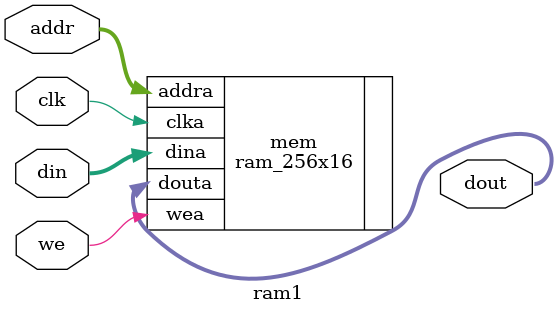
<source format=v>
`timescale 1ns / 1ps
module ram1(
    input clk,
    input we,
    input [7:0] addr,
    input [15:0] din,
    output [15:0] dout
    );
    
   //----------- Begin Cut here for INSTANTIATION Template ---// INST_TAG
   ram_256x16 mem (
      .clka(clk), // input clka
      .wea(we), // input [0 : 0] wea
      .addra(addr), // input [7 : 0] addra
      .dina(din), // input [15 : 0] dina
      .douta(dout) // output [15 : 0] douta
   );
// INST_TAG_END ------ End INSTANTIATION Template ---------

endmodule

</source>
